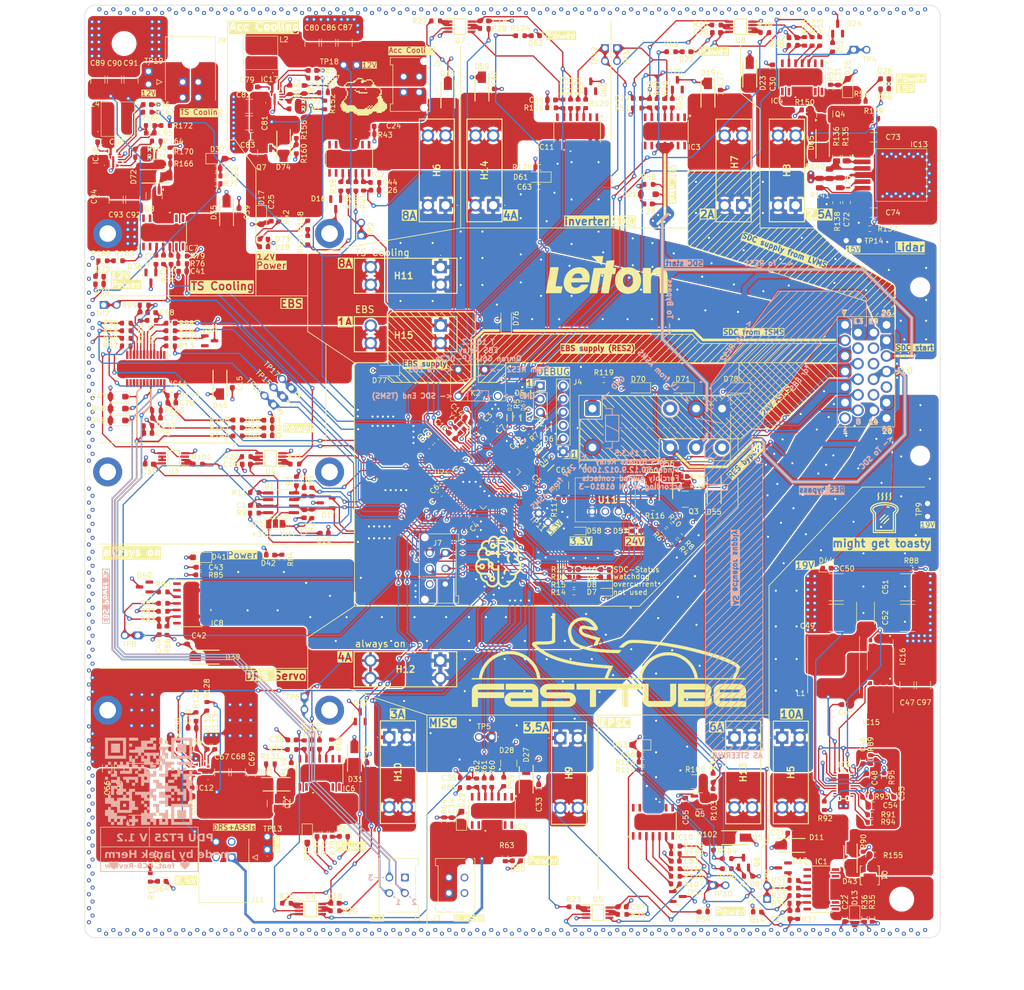
<source format=kicad_pcb>
(kicad_pcb
	(version 20240108)
	(generator "pcbnew")
	(generator_version "8.0")
	(general
		(thickness 1.6)
		(legacy_teardrops no)
	)
	(paper "A3")
	(title_block
		(title "PDU FT25")
		(date "2025-01-15")
		(rev "V1.2")
		(company "Janek Herm")
		(comment 1 "FasTTUBe Electronics")
	)
	(layers
		(0 "F.Cu" signal)
		(1 "In1.Cu" power)
		(2 "In2.Cu" signal)
		(31 "B.Cu" mixed)
		(32 "B.Adhes" user "B.Adhesive")
		(33 "F.Adhes" user "F.Adhesive")
		(34 "B.Paste" user)
		(35 "F.Paste" user)
		(36 "B.SilkS" user "B.Silkscreen")
		(37 "F.SilkS" user "F.Silkscreen")
		(38 "B.Mask" user)
		(39 "F.Mask" user)
		(40 "Dwgs.User" user "User.Drawings")
		(41 "Cmts.User" user "User.Comments")
		(42 "Eco1.User" user "User.Eco1")
		(43 "Eco2.User" user "User.Eco2")
		(44 "Edge.Cuts" user)
		(45 "Margin" user)
		(46 "B.CrtYd" user "B.Courtyard")
		(47 "F.CrtYd" user "F.Courtyard")
		(48 "B.Fab" user)
		(49 "F.Fab" user)
		(50 "User.1" user)
		(51 "User.2" user)
		(52 "User.3" user)
		(53 "User.4" user)
		(54 "User.5" user)
		(55 "User.6" user)
		(56 "User.7" user)
		(57 "User.8" user)
		(58 "User.9" user)
	)
	(setup
		(stackup
			(layer "F.SilkS"
				(type "Top Silk Screen")
			)
			(layer "F.Paste"
				(type "Top Solder Paste")
			)
			(layer "F.Mask"
				(type "Top Solder Mask")
				(thickness 0.01)
			)
			(layer "F.Cu"
				(type "copper")
				(thickness 0.035)
			)
			(layer "dielectric 1"
				(type "prepreg")
				(thickness 0.1)
				(material "FR4")
				(epsilon_r 4.5)
				(loss_tangent 0.02)
			)
			(layer "In1.Cu"
				(type "copper")
				(thickness 0.035)
			)
			(layer "dielectric 2"
				(type "core")
				(thickness 1.24)
				(material "FR4")
				(epsilon_r 4.5)
				(loss_tangent 0.02)
			)
			(layer "In2.Cu"
				(type "copper")
				(thickness 0.035)
			)
			(layer "dielectric 3"
				(type "prepreg")
				(thickness 0.1)
				(material "FR4")
				(epsilon_r 4.5)
				(loss_tangent 0.02)
			)
			(layer "B.Cu"
				(type "copper")
				(thickness 0.035)
			)
			(layer "B.Mask"
				(type "Bottom Solder Mask")
				(thickness 0.01)
			)
			(layer "B.Paste"
				(type "Bottom Solder Paste")
			)
			(layer "B.SilkS"
				(type "Bottom Silk Screen")
			)
			(copper_finish "None")
			(dielectric_constraints no)
		)
		(pad_to_mask_clearance 0)
		(allow_soldermask_bridges_in_footprints no)
		(pcbplotparams
			(layerselection 0x00010fc_ffffffff)
			(plot_on_all_layers_selection 0x0000000_00000000)
			(disableapertmacros no)
			(usegerberextensions no)
			(usegerberattributes yes)
			(usegerberadvancedattributes yes)
			(creategerberjobfile no)
			(dashed_line_dash_ratio 12.000000)
			(dashed_line_gap_ratio 3.000000)
			(svgprecision 4)
			(plotframeref no)
			(viasonmask no)
			(mode 1)
			(useauxorigin yes)
			(hpglpennumber 1)
			(hpglpenspeed 20)
			(hpglpendiameter 15.000000)
			(pdf_front_fp_property_popups yes)
			(pdf_back_fp_property_popups yes)
			(dxfpolygonmode yes)
			(dxfimperialunits yes)
			(dxfusepcbnewfont yes)
			(psnegative no)
			(psa4output no)
			(plotreference yes)
			(plotvalue no)
			(plotfptext yes)
			(plotinvisibletext no)
			(sketchpadsonfab no)
			(subtractmaskfromsilk yes)
			(outputformat 1)
			(mirror no)
			(drillshape 0)
			(scaleselection 1)
			(outputdirectory "gerber/")
		)
	)
	(net 0 "")
	(net 1 "GND")
	(net 2 "+3V3")
	(net 3 "stdCAN_H")
	(net 4 "/MCU/Vref")
	(net 5 "stdCAN_L")
	(net 6 "/MCU/NRST")
	(net 7 "Net-(D11-A2)")
	(net 8 "/powerstages/P_Out6a")
	(net 9 "/powerstages/IS4")
	(net 10 "Net-(D15-A2)")
	(net 11 "/connectors/P_Out1")
	(net 12 "/powerstages/IS1")
	(net 13 "Net-(D19-A2)")
	(net 14 "/powerstages/IS10")
	(net 15 "Net-(D23-A2)")
	(net 16 "/powerstages/P_Out9a")
	(net 17 "/powerstages/IS7")
	(net 18 "Net-(D27-A2)")
	(net 19 "/connectors/P_Out8")
	(net 20 "/powerstages/IS8")
	(net 21 "Net-(D31-A2)")
	(net 22 "/powerstages/P_Out5a")
	(net 23 "/powerstages/IS3")
	(net 24 "Net-(D35-A2)")
	(net 25 "/connectors/P_Out2")
	(net 26 "/powerstages/IS2")
	(net 27 "/connectors/P_Out9")
	(net 28 "/powerstages/IS9")
	(net 29 "Net-(IC9-CBOOT)")
	(net 30 "Net-(IC9-SW)")
	(net 31 "Net-(IC9-VCC)")
	(net 32 "Net-(D43-K)")
	(net 33 "Net-(IC9-PFM{slash}SYNC)")
	(net 34 "/connectors/P_Out4")
	(net 35 "Net-(C53-Pad2)")
	(net 36 "Net-(IC9-EXTCOMP)")
	(net 37 "Net-(D51-A2)")
	(net 38 "/connectors/P_Out5")
	(net 39 "/powerstages/IS5")
	(net 40 "Net-(D56-K)")
	(net 41 "Net-(D59-A2)")
	(net 42 "/connectors/P_Out6")
	(net 43 "/powerstages/IS6")
	(net 44 "Net-(IC12-SW)")
	(net 45 "Net-(IC12-BOOT)")
	(net 46 "/connectors/P_Out3")
	(net 47 "Net-(D63-K)")
	(net 48 "Net-(IC12-FB)")
	(net 49 "Net-(IC12-SS)")
	(net 50 "/connectors/P_Out7")
	(net 51 "Net-(IC13-FB)")
	(net 52 "Net-(D65-K)")
	(net 53 "Net-(IC13-SS)")
	(net 54 "/MCU/SWCLK")
	(net 55 "/MCU/SWDIO")
	(net 56 "/MCU/UART_RX")
	(net 57 "/MCU/UART_TX")
	(net 58 "Net-(D7-A)")
	(net 59 "Net-(D8-A)")
	(net 60 "Net-(D9-A)")
	(net 61 "Net-(D10-A)")
	(net 62 "Net-(D12-A)")
	(net 63 "unconnected-(D12-NC-Pad2)")
	(net 64 "Net-(D14-A)")
	(net 65 "Net-(D16-A)")
	(net 66 "unconnected-(D16-NC-Pad2)")
	(net 67 "Net-(D18-A)")
	(net 68 "Net-(D20-A)")
	(net 69 "unconnected-(D20-NC-Pad2)")
	(net 70 "Net-(D22-A)")
	(net 71 "Net-(D24-A)")
	(net 72 "unconnected-(D24-NC-Pad2)")
	(net 73 "Net-(D26-A)")
	(net 74 "Net-(D28-A)")
	(net 75 "unconnected-(D28-NC-Pad2)")
	(net 76 "Net-(D30-A)")
	(net 77 "unconnected-(D32-NC-Pad2)")
	(net 78 "Net-(D32-A)")
	(net 79 "Net-(D34-A)")
	(net 80 "Net-(D36-A)")
	(net 81 "unconnected-(D36-NC-Pad2)")
	(net 82 "Net-(D38-A)")
	(net 83 "Net-(D43-A)")
	(net 84 "Net-(D44-A)")
	(net 85 "Net-(D45-A2)")
	(net 86 "/powerstages/IS11")
	(net 87 "/connectors/P_Out12")
	(net 88 "unconnected-(D52-NC-Pad2)")
	(net 89 "Net-(D52-A)")
	(net 90 "Net-(D54-A)")
	(net 91 "Net-(D56-A)")
	(net 92 "Net-(D57-A)")
	(net 93 "Net-(D58-A)")
	(net 94 "unconnected-(D60-NC-Pad2)")
	(net 95 "Net-(D60-A)")
	(net 96 "Net-(D62-A)")
	(net 97 "Net-(D63-A)")
	(net 98 "Net-(D64-A)")
	(net 99 "Net-(D65-A)")
	(net 100 "Net-(D66-A)")
	(net 101 "/connectors/P_Out11")
	(net 102 "/connectors/P_Out10")
	(net 103 "Net-(D46-A)")
	(net 104 "+24V")
	(net 105 "Net-(IC1-IS)")
	(net 106 "Net-(IC1-GND)")
	(net 107 "Net-(IC1-IN)")
	(net 108 "Net-(IC1-DEN)")
	(net 109 "Net-(IC2-IS)")
	(net 110 "Net-(IC2-IN)")
	(net 111 "Net-(IC2-DEN)")
	(net 112 "Net-(IC2-GND)")
	(net 113 "Net-(IC3-IN)")
	(net 114 "Net-(IC3-GND)")
	(net 115 "Net-(IC3-IS)")
	(net 116 "Net-(IC3-DEN)")
	(net 117 "Net-(IC4-IN)")
	(net 118 "Net-(IC4-GND)")
	(net 119 "Net-(IC4-IS)")
	(net 120 "Net-(IC4-DEN)")
	(net 121 "Net-(IC5-GND)")
	(net 122 "Net-(IC5-DEN)")
	(net 123 "Net-(IC5-IS)")
	(net 124 "Net-(IC5-IN)")
	(net 125 "Net-(IC6-GND)")
	(net 126 "Net-(IC6-IN)")
	(net 127 "Net-(IC6-DEN)")
	(net 128 "Net-(IC6-IS)")
	(net 129 "Net-(IC7-IN)")
	(net 130 "Net-(IC7-IS)")
	(net 131 "Net-(IC7-GND)")
	(net 132 "Net-(IC7-DEN)")
	(net 133 "Net-(IC9-CNFG)")
	(net 134 "Net-(IC9-PG{slash}SYNCOUT)")
	(net 135 "Net-(IC9-RT)")
	(net 136 "Net-(IC9-ISNS+)")
	(net 137 "Net-(IC9-HO)")
	(net 138 "Net-(IC9-LO)")
	(net 139 "Net-(IC9-FB)")
	(net 140 "Net-(IC10-IS)")
	(net 141 "Net-(IC10-IN)")
	(net 142 "Net-(IC10-DEN)")
	(net 143 "Net-(IC10-GND)")
	(net 144 "Net-(IC11-DEN)")
	(net 145 "Net-(IC11-IS)")
	(net 146 "Net-(IC11-IN)")
	(net 147 "Net-(IC11-GND)")
	(net 148 "Net-(IC12-PG)")
	(net 149 "Net-(IC12-MODE)")
	(net 150 "Net-(IC12-EN)")
	(net 151 "Net-(IC13-RON)")
	(net 152 "Net-(IC13-EN)")
	(net 153 "/MCU/SWO")
	(net 154 "FDCAN_H")
	(net 155 "FDCAN_L")
	(net 156 "/RBR/SDC bypass")
	(net 157 "24V ASMS")
	(net 158 "Net-(JP1-C)")
	(net 159 "unconnected-(K1-Pad12)")
	(net 160 "unconnected-(K1-Pad24)")
	(net 161 "Net-(K1-PadA1)")
	(net 162 "unconnected-(D46-NC-Pad2)")
	(net 163 "Net-(IC14-DSEL1)")
	(net 164 "Net-(Q5-D)")
	(net 165 "Net-(Q5-G)")
	(net 166 "Net-(Q6-G)")
	(net 167 "Net-(Q6-D)")
	(net 168 "Net-(U1-Rs)")
	(net 169 "Net-(U2-PA0)")
	(net 170 "Net-(U2-BOOT0)")
	(net 171 "Net-(U2-PC0)")
	(net 172 "Net-(U2-PA11)")
	(net 173 "/MCU/CAN_RX")
	(net 174 "/MCU/CAN_TX")
	(net 175 "Net-(U2-PA12)")
	(net 176 "unconnected-(U2-PB7-Pad59)")
	(net 177 "unconnected-(U2-PA15-Pad50)")
	(net 178 "/MCU/STATUS_LED1")
	(net 179 "/MCU/STATUS_LED2")
	(net 180 "/MCU/STATUS_LED3")
	(net 181 "/MCU/STATUS_LED4")
	(net 182 "Net-(R12-Pad1)")
	(net 183 "Net-(U4A--)")
	(net 184 "/MCU/ISENSE1")
	(net 185 "Net-(U4B--)")
	(net 186 "/MCU/ISENSE2")
	(net 187 "/MCU/ISENSE3")
	(net 188 "Net-(U5A--)")
	(net 189 "Net-(U5B--)")
	(net 190 "/MCU/ISENSE4")
	(net 191 "/MCU/ISENSE5")
	(net 192 "Net-(U6A--)")
	(net 193 "Net-(U6B--)")
	(net 194 "/MCU/ISENSE6")
	(net 195 "/MCU/ISENSE7")
	(net 196 "Net-(U7A--)")
	(net 197 "Net-(U7B--)")
	(net 198 "/MCU/ISENSE8")
	(net 199 "/MCU/ISENSE9")
	(net 200 "Net-(U8A--)")
	(net 201 "Net-(U8B--)")
	(net 202 "/MCU/ISENSE10")
	(net 203 "/MCU/IN4")
	(net 204 "/MCU/IN1")
	(net 205 "/MCU/IN10")
	(net 206 "/MCU/IN7")
	(net 207 "/MCU/IN8")
	(net 208 "/MCU/IN3")
	(net 209 "/MCU/IN2")
	(net 210 "/MCU/IN9")
	(net 211 "/MCU/IN11")
	(net 212 "/MCU/IN12")
	(net 213 "/MCU/IN13")
	(net 214 "/MCU/PC_Read")
	(net 215 "/MCU/PC_EN")
	(net 216 "/MCU/IN5")
	(net 217 "/MCU/IN6")
	(net 218 "/MCU/XTAL_OUT")
	(net 219 "unconnected-(U2-PC5-Pad25)")
	(net 220 "Net-(IC14-GND)")
	(net 221 "unconnected-(U2-PC12-Pad53)")
	(net 222 "Net-(IC14-DEN)")
	(net 223 "Net-(IC14-IN2)")
	(net 224 "/MCU/XTAL_IN")
	(net 225 "unconnected-(U2-PD2-Pad54)")
	(net 226 "unconnected-(IC14-OUT3-Pad13)")
	(net 227 "Net-(IC14-IN0)")
	(net 228 "Net-(IC14-IN3)")
	(net 229 "Net-(IC14-DSEL0)")
	(net 230 "Net-(IC14-IN1)")
	(net 231 "Net-(IC14-IS)")
	(net 232 "/MCU/DSEL0")
	(net 233 "/MCU/DSEL1")
	(net 234 "Net-(U3A--)")
	(net 235 "/MCU/ISENSE11")
	(net 236 "Net-(U3B--)")
	(net 237 "unconnected-(IC9-NC_1-Pad1)")
	(net 238 "unconnected-(IC9-NC_2-Pad2)")
	(net 239 "unconnected-(IC9-NC_4-Pad23)")
	(net 240 "unconnected-(IC9-NC_3-Pad22)")
	(net 241 "unconnected-(IC9-NC_5-Pad24)")
	(net 242 "Net-(D50-A)")
	(net 243 "Net-(D68-A)")
	(net 244 "Net-(D69-A)")
	(net 245 "/connectors/P_Out14")
	(net 246 "/connectors/P_Out13")
	(net 247 "Net-(IC17-SW)")
	(net 248 "Net-(IC17-BOOT)")
	(net 249 "Net-(D72-K)")
	(net 250 "Net-(IC17-FB)")
	(net 251 "Net-(IC17-SS)")
	(net 252 "Net-(IC18-BOOT)")
	(net 253 "Net-(IC18-SW)")
	(net 254 "Net-(D74-K)")
	(net 255 "Net-(IC18-FB)")
	(net 256 "Net-(IC18-SS)")
	(net 257 "Net-(D72-A)")
	(net 258 "Net-(D73-A)")
	(net 259 "Net-(D74-A)")
	(net 260 "Net-(D75-A)")
	(net 261 "Net-(IC17-PG)")
	(net 262 "Net-(IC17-MODE)")
	(net 263 "Net-(IC17-EN)")
	(net 264 "Net-(IC18-PG)")
	(net 265 "Net-(IC18-MODE)")
	(net 266 "Net-(IC18-EN)")
	(net 267 "Net-(R151-Pad2)")
	(net 268 "Net-(R163-Pad2)")
	(net 269 "EBS supply")
	(net 270 "AS actuator supply")
	(net 271 "unconnected-(IC1-NC-Pad7)")
	(net 272 "unconnected-(IC1-NC-Pad1)")
	(net 273 "unconnected-(IC1-NC-Pad14)")
	(net 274 "unconnected-(IC1-NC-Pad8)")
	(net 275 "unconnected-(IC1-NC-Pad9)")
	(net 276 "unconnected-(IC1-NC-Pad13)")
	(net 277 "unconnected-(IC1-NC-Pad2)")
	(net 278 "unconnected-(IC2-NC-Pad2)")
	(net 279 "unconnected-(IC2-NC-Pad7)")
	(net 280 "unconnected-(IC2-NC-Pad8)")
	(net 281 "unconnected-(IC2-NC-Pad14)")
	(net 282 "unconnected-(IC2-NC-Pad1)")
	(net 283 "unconnected-(IC2-NC-Pad9)")
	(net 284 "unconnected-(IC2-NC-Pad13)")
	(net 285 "unconnected-(IC3-NC-Pad8)")
	(net 286 "unconnected-(IC3-NC-Pad1)")
	(net 287 "unconnected-(IC3-NC-Pad7)")
	(net 288 "unconnected-(IC3-NC-Pad14)")
	(net 289 "unconnected-(IC3-NC-Pad13)")
	(net 290 "unconnected-(IC3-NC-Pad9)")
	(net 291 "unconnected-(IC3-NC-Pad2)")
	(net 292 "unconnected-(IC4-NC-Pad2)")
	(net 293 "unconnected-(IC4-NC-Pad1)")
	(net 294 "unconnected-(IC4-NC-Pad13)")
	(net 295 "unconnected-(IC4-NC-Pad7)")
	(net 296 "unconnected-(IC4-NC-Pad9)")
	(net 297 "unconnected-(IC4-NC-Pad8)")
	(net 298 "unconnected-(IC4-NC-Pad14)")
	(net 299 "unconnected-(IC5-NC-Pad1)")
	(net 300 "unconnected-(IC5-NC-Pad8)")
	(net 301 "unconnected-(IC5-NC-Pad9)")
	(net 302 "unconnected-(IC5-NC-Pad14)")
	(net 303 "unconnected-(IC5-NC-Pad13)")
	(net 304 "unconnected-(IC5-NC-Pad2)")
	(net 305 "unconnected-(IC5-NC-Pad7)")
	(net 306 "unconnected-(IC6-NC-Pad14)")
	(net 307 "unconnected-(IC6-NC-Pad2)")
	(net 308 "unconnected-(IC6-NC-Pad7)")
	(net 309 "unconnected-(IC6-NC-Pad1)")
	(net 310 "unconnected-(IC6-NC-Pad9)")
	(net 311 "unconnected-(IC6-NC-Pad8)")
	(net 312 "unconnected-(IC6-NC-Pad13)")
	(net 313 "unconnected-(IC7-NC-Pad1)")
	(net 314 "unconnected-(IC7-NC-Pad9)")
	(net 315 "unconnected-(IC7-NC-Pad14)")
	(net 316 "unconnected-(IC7-NC-Pad13)")
	(net 317 "unconnected-(IC7-NC-Pad7)")
	(net 318 "unconnected-(IC7-NC-Pad8)")
	(net 319 "unconnected-(IC7-NC-Pad2)")
	(net 320 "unconnected-(IC10-NC-Pad14)")
	(net 321 "unconnected-(IC10-NC-Pad8)")
	(net 322 "unconnected-(IC10-NC-Pad13)")
	(net 323 "unconnected-(IC10-NC-Pad9)")
	(net 324 "unconnected-(IC10-NC-Pad1)")
	(net 325 "unconnected-(IC10-NC-Pad7)")
	(net 326 "unconnected-(IC10-NC-Pad2)")
	(net 327 "unconnected-(IC11-NC-Pad1)")
	(net 328 "unconnected-(IC11-NC-Pad13)")
	(net 329 "unconnected-(IC11-NC-Pad2)")
	(net 330 "unconnected-(IC11-NC-Pad7)")
	(net 331 "unconnected-(IC11-NC-Pad9)")
	(net 332 "unconnected-(IC11-NC-Pad8)")
	(net 333 "unconnected-(IC11-NC-Pad14)")
	(net 334 "unconnected-(IC14-NC-Pad21)")
	(net 335 "unconnected-(IC14-NC-Pad19)")
	(net 336 "unconnected-(IC14-NC-Pad15)")
	(net 337 "unconnected-(IC14-NC-Pad18)")
	(net 338 "unconnected-(IC14-NC-Pad23)")
	(net 339 "unconnected-(IC14-NC-Pad22)")
	(net 340 "unconnected-(IC14-NC-Pad14)")
	(net 341 "unconnected-(IC14-NC-Pad12)")
	(net 342 "unconnected-(IC14-NC-Pad1)")
	(net 343 "unconnected-(IC14-NC-Pad16)")
	(net 344 "/EBSR/EBS power")
	(net 345 "unconnected-(U2-PC14-Pad3)")
	(net 346 "unconnected-(U2-PC15-Pad4)")
	(net 347 "unconnected-(U2-PC13-Pad2)")
	(net 348 "Net-(R100-Pad1)")
	(net 349 "/RBR/RES")
	(net 350 "TSMS SDC")
	(net 351 "unconnected-(IC14-NC-Pad3)")
	(net 352 "unconnected-(U2-PB0-Pad26)")
	(net 353 "Net-(D39-A2)")
	(net 354 "unconnected-(D40-NC-Pad2)")
	(net 355 "Net-(D40-A)")
	(net 356 "Net-(D42-A)")
	(net 357 "unconnected-(IC8-NC-Pad8)")
	(net 358 "unconnected-(IC8-NC-Pad13)")
	(net 359 "Net-(IC8-IN)")
	(net 360 "unconnected-(IC8-NC-Pad9)")
	(net 361 "unconnected-(IC8-NC-Pad1)")
	(net 362 "Net-(IC8-DEN)")
	(net 363 "Net-(IC8-GND)")
	(net 364 "Net-(IC8-IS)")
	(net 365 "unconnected-(IC8-NC-Pad2)")
	(net 366 "unconnected-(IC8-NC-Pad14)")
	(net 367 "unconnected-(IC8-NC-Pad7)")
	(net 368 "unconnected-(J10-Pin_15-Pad15)")
	(net 369 "unconnected-(J10-Pin_17-Pad17)")
	(footprint "5025:5025" (layer "F.Cu") (at 165.32 98.46 90))
	(footprint "Resistor_SMD:R_0603_1608Metric" (layer "F.Cu") (at 161.375 88.955 90))
	(footprint "Resistor_SMD:R_0603_1608Metric" (layer "F.Cu") (at 128.645 103.135 -90))
	(footprint "Capacitor_SMD:C_1210_3225Metric" (layer "F.Cu") (at 162.225 61.275 90))
	(footprint "BTT6010-1ERB:SOIC14_BTT6010-1ERB_INF" (layer "F.Cu") (at 163.019 83.649799 90))
	(footprint "824501241:DIOM5127X250N" (layer "F.Cu") (at 139.345 93.995 -90))
	(footprint "Resistor_SMD:R_0603_1608Metric" (layer "F.Cu") (at 122.555 83.275))
	(footprint "Package_TO_SOT_SMD:SOT-23" (layer "F.Cu") (at 124.75 106.535 -90))
	(footprint "Package_TO_SOT_SMD:SOT-23" (layer "F.Cu") (at 165.14 191.314998 90))
	(footprint "Resistor_SMD:R_0603_1608Metric" (layer "F.Cu") (at 135.615001 196.775 90))
	(footprint "Resistor_SMD:R_0603_1608Metric" (layer "F.Cu") (at 155.915 68.065))
	(footprint "Capacitor_SMD:C_1210_3225Metric" (layer "F.Cu") (at 143.685 76.725 180))
	(footprint "Resistor_SMD:R_0603_1608Metric" (layer "F.Cu") (at 135.545001 189.315 -90))
	(footprint "LED_SMD:LED_0603_1608Metric" (layer "F.Cu") (at 266.295 70.155 180))
	(footprint "brain:heart" (layer "F.Cu") (at 117.6 220.05))
	(footprint "Resistor_SMD:R_0603_1608Metric" (layer "F.Cu") (at 127.585 77.225))
	(footprint "ESD321DYAR:SODFL1608X77N" (layer "F.Cu") (at 193.99 133.625 -90))
	(footprint "Diode_SMD:D_SOD-123F" (layer "F.Cu") (at 218.94 127.854999 180))
	(footprint "5025:5025" (layer "F.Cu") (at 147.190001 216.99 90))
	(footprint "Resistor_SMD:R_0603_1608Metric" (layer "F.Cu") (at 147.805 200.415))
	(footprint "5025:5025" (layer "F.Cu") (at 261.38 99.44 180))
	(footprint "MountingHole:MountingHole_3.2mm_M3_DIN965_Pad" (layer "F.Cu") (at 116.41 144.08 -90))
	(footprint "Resistor_SMD:R_0603_1608Metric" (layer "F.Cu") (at 254.645 208.515 -90))
	(footprint "3557-15:355715" (layer "F.Cu") (at 180.58 180.485 180))
	(footprint "Resistor_SMD:R_0603_1608Metric" (layer "F.Cu") (at 264.205001 75.855))
	(footprint "Capacitor_SMD:C_0603_1608Metric" (layer "F.Cu") (at 156.795 213.675001 -90))
	(footprint "Resistor_SMD:R_0603_1608Metric" (layer "F.Cu") (at 120.005477 118.297452))
	(footprint "MountingHole:MountingHole_4.3mm_M4" (layer "F.Cu") (at 119.575 226.345))
	(footprint "Capacitor_SMD:C_1210_3225Metric" (layer "F.Cu") (at 138.414747 202.063428 90))
	(footprint "Diode_SMD:D_SOD-123F" (layer "F.Cu") (at 146.065 94.88 -90))
	(footprint "Capacitor_SMD:C_0603_1608Metric" (layer "F.Cu") (at 185.205 203.145 180))
	(footprint "Resistor_SMD:R_0603_1608Metric" (layer "F.Cu") (at 225.925 220.675))
	(footprint "Resistor_SMD:R_0603_1608Metric"
		(layer "F.Cu")
		(uuid "15025461-dcc7-4f61-9542-8f8e8ec99700")
		(at 154.995 99.365 90)
		(descr "Resistor SMD 0603 (1608 Metric), square (rectangular) end terminal, IPC_7351 nominal, (Body size source: IPC-SM-782 page 72, https://www.pcb-3d.com/wordpress/wp-content/uploads/ipc-sm-782a_amendment_1_and_2.pdf), generated with kicad-footprint-generator")
		(tags "resistor")
		(property "Reference" "R151"
			(at -0.65 -1.42 90)
			(layer "F.SilkS")
			(uuid "122f886c-686c-4dca-9df4-687a2b60e366")
			(effects
				(font
					(size 1 1)
					(thickness 0.15)
				)
			)
		)
		(property "Value" "1k"
			(at 0 1.43 90)
			(layer "F.Fab")
			(uuid "a592b584-abae-4bea-8bc8-0a8ffebe0b80")
			(effects
				(font
					(size 1 1)
					(thickness 0.15)
				)
			)
		)
		(property "Footprint" "Resistor_SMD:R_0603_1608Metric"
			(at 0 0 90)
			(unlocked yes)
			(layer "F.Fab")
			(hide yes)
			(uuid "1c5f638a-4832-4642-88d6-97d1baf0f576")
			(effects
				(font
					(size 1.27 1.27)
					(thickness 0.15)
				)
			)
		)
		(property "Datasheet" ""
			(at 0 0 90)
			(unlocked yes)
			(layer "F.Fab")
			(hide yes)
			(uuid "59d60a19-0eeb-4754-9aba-e42d43305fa7")
			(effects
				(font
					(size 1.27 1.27)
					(thickness 0.15)
				)
			)
		)
		(property "Description" "Resistor, small symbol"
			(at 0 0 90)
			(unlocked yes)
			(layer "F.Fab")
			(hide yes)
			(uuid "33615a10-7215-4795-96b9-fa93cea6c121")
			(effects
				(font
					(size 1.27 1.27)
					(thickness 0.15)
				)
			)
		)
		(property ki_fp_filters "R_*")
		(path "/780d04e9-366d-4b48-88f6-229428c96c3a/2688228a-78b0-463b-82bd-42a0dedab640/a31b0199-c63c-4e83-8127-1fac1a9facaf")
		(sheetname "ACC pump DCDC")
		(sheetfile "pumpDCDC.kicad_sch")
		(attr smd)
		(fp_line
			(start -0.237258 -0.5225)
			(end 0.237258 -0.5225)
			(stroke
				(width 0.12)
				(type solid)
			)
			(layer "F.SilkS")
			(uuid "dc8e5fd8-4ca3-4c1d-b1f5-6eaae540711d")
		)
		(fp_line
			(start -0.237258 0.5225)
			(end 0.237258 0.5225)
			(stroke
				(width 0.12)
				(type solid)
			)
			(layer "F.SilkS")
			(uuid "6c0a18d3-6077-4bcb-825a-872d2e6b7716")
		)
		(fp_line
			(start 1.48 -0.73)
			(end 1.48 0.73)
			(stroke
				(width 0.05)
				(type solid)
			)
			(layer "F.CrtYd")
			(uuid "7313f3b4-9a54-4d87-8c75-088e5090a017")
		)
		(fp_line
			(start -1.48 -0.73)
			(end 1.48 -0.73)
			(stroke
				(width 0.05)
				(type solid)
			)
			(layer "F.CrtYd")
			(uuid "6af3927a-7d15-47f2-a5a0-8445f1b4c182")
		)
		(fp_line
			(start 1.48 0.73)
			(end -1.48 0.73)
			(stroke
				(width 0.05)
				(type solid)
			)
			(layer "F.CrtYd")
			(uuid "72e13f33-6639-4f39-84e2-7a3d4ba4715a")
		)
		(fp_line
			(start -1.48 0.73)
			(end -1.48 -0.73)
			(stroke
				(width 0.05)
				(type solid)
			)
			(layer "F.CrtYd")
			(uuid "ff98d762-9a6b-4848-89e9-20b6125bce37")
		)
		(fp_line
			(start 0.8 -0.4125)
			(end 0.8 0.4125)
			(stroke
				(width 0.1)
				(type solid)
			)
			(layer "F.Fab")
			(uuid "fe961a65-105c-43a7-89d7-5c7c44acd8a1")
		)
		(fp_line
			(start -0.8 -0.4125)
			(end 0.8 -0.4125)
			(stroke
				(width 0.1)
				(type solid)
			)
			(layer "F.Fab")
			(uuid "bb8064fe-6479-4ead-87cb-214fa68d7676")
		)
		(fp_line
			(start 0.8 0.4125)
			(end -0.8 0.4125)
			(stroke
				(width 0.1)
				(type solid)
			)
			(layer "F.Fab")
			(uuid "0ba98a26-6841-4152-aae7-55d7e1c78c39")
		)
		(
... [9254308 chars truncated]
</source>
